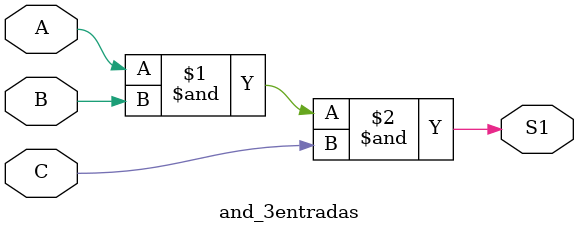
<source format=v>
module and_3entradas
(
	input A,B,C,
	output S1
);

 assign S1 = A & B & C;
 
endmodule 
// sistema de segurança residencial
// alysson machado e matheus victor
</source>
